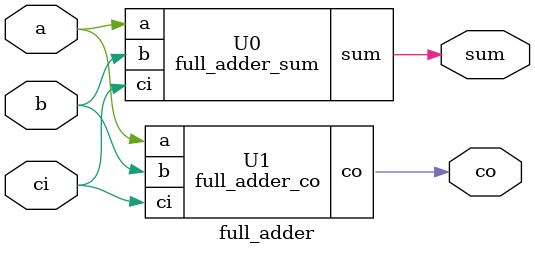
<source format=v>
module full_adder_co(co, a, b, ci);
   input a;
   input b;
   input ci;
   output co;
   wire n_0_0;
   wire n_0_1;
   wire n_0_2;
   INV_X1_LVT i_0_0 (.A(a), .ZN(n_0_0));
   INV_X1_LVT i_0_1 (.A(b), .ZN(n_0_1));
   INV_X1_LVT i_0_2 (.A(ci), .ZN(n_0_2));
   OAI222_X1_LVT i_0_3 (.A1(n_0_0), .A2(n_0_1), .B1(n_0_1), .B2(n_0_2), .C1(
      n_0_0), .C2(n_0_2), .ZN(co));
endmodule

module full_adder_sum(sum, a, b, ci);
   input a;
   input b;
   input ci;
   output sum;
   wire n_0_0;
   XNOR2_X1_LVT i_0_0 (.A(a), .B(ci), .ZN(n_0_0));
   XNOR2_X1_LVT i_0_1 (.A(n_0_0), .B(b), .ZN(sum));
endmodule

module full_adder(co, sum, a, b, ci);
   input a;
   input b;
   input ci;
   output co;
   output sum;
   full_adder_co U1 (.co(co), .a(a), .b(b), .ci(ci));
   full_adder_sum U0 (.sum(sum), .a(a), .b(b), .ci(ci));
endmodule

</source>
